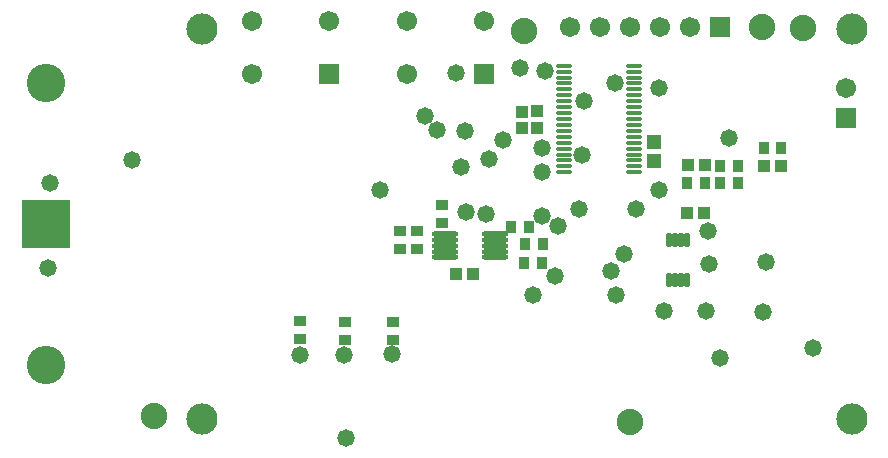
<source format=gbs>
G04*
G04 #@! TF.GenerationSoftware,Altium Limited,Altium Designer,20.1.7 (139)*
G04*
G04 Layer_Color=16711935*
%FSLAX23Y23*%
%MOIN*%
G70*
G04*
G04 #@! TF.SameCoordinates,7C998F9C-D2B3-43E1-8EDA-AE96681A2DE1*
G04*
G04*
G04 #@! TF.FilePolarity,Negative*
G04*
G01*
G75*
%ADD35R,0.043X0.036*%
%ADD37R,0.039X0.043*%
%ADD40R,0.036X0.043*%
%ADD41R,0.043X0.039*%
%ADD43R,0.045X0.047*%
%ADD48R,0.067X0.067*%
%ADD49C,0.067*%
%ADD50C,0.088*%
%ADD51R,0.067X0.067*%
%ADD52C,0.128*%
%ADD53C,0.058*%
%ADD54C,0.104*%
%ADD68O,0.055X0.012*%
G04:AMPARAMS|DCode=70|XSize=20mil|YSize=47mil|CornerRadius=6mil|HoleSize=0mil|Usage=FLASHONLY|Rotation=0.000|XOffset=0mil|YOffset=0mil|HoleType=Round|Shape=RoundedRectangle|*
%AMROUNDEDRECTD70*
21,1,0.020,0.035,0,0,0.0*
21,1,0.008,0.047,0,0,0.0*
1,1,0.012,0.004,-0.018*
1,1,0.012,-0.004,-0.018*
1,1,0.012,-0.004,0.018*
1,1,0.012,0.004,0.018*
%
%ADD70ROUNDEDRECTD70*%
%ADD71R,0.164X0.164*%
%ADD72O,0.087X0.020*%
D35*
X1660Y754D02*
D03*
Y814D02*
D03*
X1519Y728D02*
D03*
Y668D02*
D03*
X1576Y726D02*
D03*
Y667D02*
D03*
X1494Y363D02*
D03*
Y423D02*
D03*
X1335Y365D02*
D03*
Y424D02*
D03*
X1186Y366D02*
D03*
Y426D02*
D03*
D37*
X2532Y786D02*
D03*
X2477D02*
D03*
X1705Y584D02*
D03*
X1761D02*
D03*
X2480Y946D02*
D03*
X2535D02*
D03*
X2788Y943D02*
D03*
X2733D02*
D03*
D40*
X2536Y886D02*
D03*
X2476D02*
D03*
X1994Y683D02*
D03*
X1934D02*
D03*
X1993Y620D02*
D03*
X1933D02*
D03*
X1950Y739D02*
D03*
X1890D02*
D03*
X2587Y886D02*
D03*
X2647D02*
D03*
X2587Y945D02*
D03*
X2646D02*
D03*
X2790Y1003D02*
D03*
X2731D02*
D03*
D41*
X1975Y1070D02*
D03*
Y1126D02*
D03*
X1925Y1070D02*
D03*
Y1125D02*
D03*
D43*
X2367Y960D02*
D03*
Y1023D02*
D03*
D48*
X2585Y1408D02*
D03*
X1798Y1249D02*
D03*
X1283D02*
D03*
D49*
X2485Y1408D02*
D03*
X2385D02*
D03*
X2285D02*
D03*
X2185D02*
D03*
X2085D02*
D03*
X3006Y1204D02*
D03*
X1542Y1249D02*
D03*
Y1427D02*
D03*
X1798D02*
D03*
X1027Y1249D02*
D03*
Y1427D02*
D03*
X1283D02*
D03*
D50*
X2861Y1404D02*
D03*
X2725Y1406D02*
D03*
X1931Y1393D02*
D03*
X2286Y90D02*
D03*
X700Y112D02*
D03*
D51*
X3006Y1104D02*
D03*
D52*
X338Y1219D02*
D03*
Y280D02*
D03*
D53*
X2307Y800D02*
D03*
X2544Y728D02*
D03*
X2127Y982D02*
D03*
X2238Y514D02*
D03*
X1962D02*
D03*
X2116Y799D02*
D03*
X2383Y863D02*
D03*
X2399Y459D02*
D03*
X2046Y743D02*
D03*
X2265Y651D02*
D03*
X2549Y618D02*
D03*
X2740Y623D02*
D03*
X2538Y459D02*
D03*
X2728Y456D02*
D03*
X2587Y305D02*
D03*
X1706Y1255D02*
D03*
X1735Y1061D02*
D03*
X2037Y578D02*
D03*
X1992Y778D02*
D03*
X2222Y593D02*
D03*
X347Y604D02*
D03*
X353Y888D02*
D03*
X2617Y1037D02*
D03*
X2383Y1205D02*
D03*
X2235Y1219D02*
D03*
X1816Y968D02*
D03*
X1861Y1029D02*
D03*
X1992Y1003D02*
D03*
X1991Y924D02*
D03*
X1451Y863D02*
D03*
X2132Y1162D02*
D03*
X1722Y942D02*
D03*
X1641Y1064D02*
D03*
X1739Y791D02*
D03*
X1807Y785D02*
D03*
X1601Y1112D02*
D03*
X1919Y1271D02*
D03*
X2001Y1259D02*
D03*
X1338Y36D02*
D03*
X1186Y313D02*
D03*
X1333Y314D02*
D03*
X1492Y316D02*
D03*
X2896Y337D02*
D03*
X624Y965D02*
D03*
D54*
X3025Y1400D02*
D03*
X860D02*
D03*
Y100D02*
D03*
X3025D02*
D03*
D68*
X2067Y923D02*
D03*
Y943D02*
D03*
Y963D02*
D03*
Y982D02*
D03*
Y1002D02*
D03*
Y1022D02*
D03*
Y1042D02*
D03*
Y1061D02*
D03*
Y1081D02*
D03*
Y1101D02*
D03*
Y1120D02*
D03*
Y1140D02*
D03*
Y1160D02*
D03*
Y1179D02*
D03*
Y1199D02*
D03*
Y1219D02*
D03*
Y1238D02*
D03*
Y1258D02*
D03*
Y1278D02*
D03*
X2299D02*
D03*
Y1258D02*
D03*
Y1238D02*
D03*
Y1219D02*
D03*
Y1199D02*
D03*
Y1179D02*
D03*
Y1160D02*
D03*
Y1140D02*
D03*
Y1120D02*
D03*
Y1101D02*
D03*
Y1081D02*
D03*
Y1061D02*
D03*
Y1042D02*
D03*
Y1022D02*
D03*
Y1002D02*
D03*
Y982D02*
D03*
Y963D02*
D03*
Y943D02*
D03*
Y923D02*
D03*
D70*
X2417Y697D02*
D03*
X2437D02*
D03*
X2456D02*
D03*
X2476D02*
D03*
X2417Y563D02*
D03*
X2437D02*
D03*
X2456D02*
D03*
X2476D02*
D03*
D71*
X338Y750D02*
D03*
D72*
X1669Y639D02*
D03*
Y658D02*
D03*
Y678D02*
D03*
Y698D02*
D03*
Y717D02*
D03*
X1835Y639D02*
D03*
Y658D02*
D03*
Y678D02*
D03*
Y698D02*
D03*
Y717D02*
D03*
M02*

</source>
